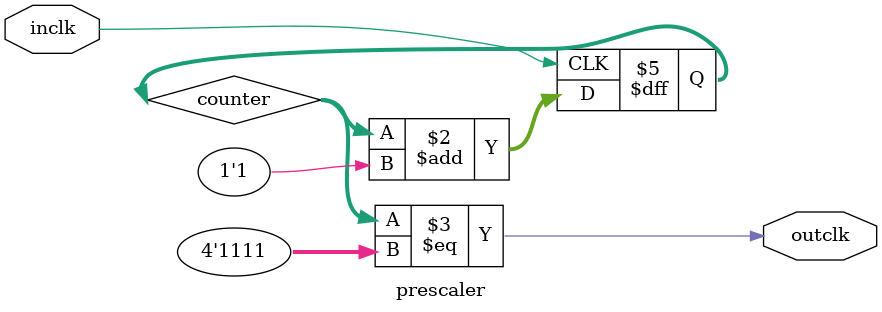
<source format=v>

module prescaler(
  input wire inclk,
  output wire outclk
    );

reg [3:0] counter=4'd0;

always @(posedge inclk)
  counter <= counter + 1'b1;
  
assign outclk = counter == 4'b1111;

endmodule

</source>
